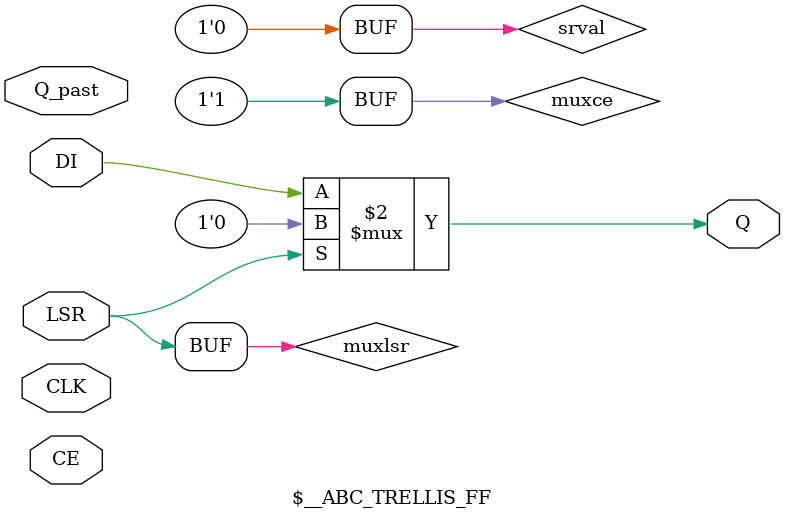
<source format=v>
/*
 *  yosys -- Yosys Open SYnthesis Suite
 *
 *  Copyright (C) 2012  Clifford Wolf <clifford@clifford.at>
 *                2019  Eddie Hung    <eddie@fpgeh.com>
 *                2019  David Shah    <dave@ds0.me>
 *
 *  Permission to use, copy, modify, and/or distribute this software for any
 *  purpose with or without fee is hereby granted, provided that the above
 *  copyright notice and this permission notice appear in all copies.
 *
 *  THE SOFTWARE IS PROVIDED "AS IS" AND THE AUTHOR DISCLAIMS ALL WARRANTIES
 *  WITH REGARD TO THIS SOFTWARE INCLUDING ALL IMPLIED WARRANTIES OF
 *  MERCHANTABILITY AND FITNESS. IN NO EVENT SHALL THE AUTHOR BE LIABLE FOR
 *  ANY SPECIAL, DIRECT, INDIRECT, OR CONSEQUENTIAL DAMAGES OR ANY DAMAGES
 *  WHATSOEVER RESULTING FROM LOSS OF USE, DATA OR PROFITS, WHETHER IN AN
 *  ACTION OF CONTRACT, NEGLIGENCE OR OTHER TORTIOUS ACTION, ARISING OUT OF
 *  OR IN CONNECTION WITH THE USE OR PERFORMANCE OF THIS SOFTWARE.
 *
 */

// ============================================================================

module \$__ABC_FF_ (input C, D, output Q);
endmodule

(* abc_box_id = 6, lib_whitebox, abc_flop *)
module \$__ABC_TRELLIS_FF (

	(* abc_flop_q *) output Q,
	input CLK, CE,
	(* abc_flop_d *) input DI,
	(* abc_flop_q_past, abc_discard *) input Q_past,
	input LSR);
	parameter GSR = "ENABLED";
	parameter [127:0] CEMUX = "1";
	parameter CLKMUX = "CLK";
	parameter LSRMUX = "LSR";
	parameter SRMODE = "LSR_OVER_CE";
	parameter REGSET = "RESET";
	parameter [127:0] LSRMODE = "LSR";

	reg muxce;
	generate
		case (CEMUX)
			"1": assign muxce = 1'b1;
			"0": assign muxce = 1'b0;
			"INV": assign muxce = ~CE;
			default: assign muxce = CE;
		endcase
	endgenerate
	wire muxlsr = (LSRMUX == "INV") ? ~LSR : LSR;
	wire srval = (REGSET == "SET") ? 1'b1 : 1'b0;

	assign Q = muxlsr ? srval : (muxce ? DI : Q_past); 

endmodule

</source>
